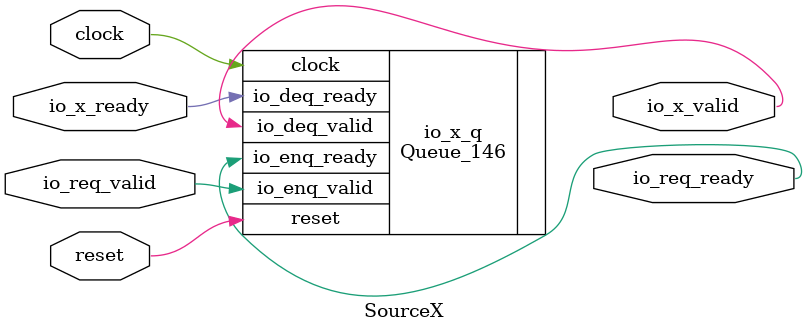
<source format=sv>
`ifndef RANDOMIZE
  `ifdef RANDOMIZE_REG_INIT
    `define RANDOMIZE
  `endif // RANDOMIZE_REG_INIT
`endif // not def RANDOMIZE
`ifndef RANDOMIZE
  `ifdef RANDOMIZE_MEM_INIT
    `define RANDOMIZE
  `endif // RANDOMIZE_MEM_INIT
`endif // not def RANDOMIZE

`ifndef RANDOM
  `define RANDOM $random
`endif // not def RANDOM

// Users can define 'PRINTF_COND' to add an extra gate to prints.
`ifndef PRINTF_COND_
  `ifdef PRINTF_COND
    `define PRINTF_COND_ (`PRINTF_COND)
  `else  // PRINTF_COND
    `define PRINTF_COND_ 1
  `endif // PRINTF_COND
`endif // not def PRINTF_COND_

// Users can define 'ASSERT_VERBOSE_COND' to add an extra gate to assert error printing.
`ifndef ASSERT_VERBOSE_COND_
  `ifdef ASSERT_VERBOSE_COND
    `define ASSERT_VERBOSE_COND_ (`ASSERT_VERBOSE_COND)
  `else  // ASSERT_VERBOSE_COND
    `define ASSERT_VERBOSE_COND_ 1
  `endif // ASSERT_VERBOSE_COND
`endif // not def ASSERT_VERBOSE_COND_

// Users can define 'STOP_COND' to add an extra gate to stop conditions.
`ifndef STOP_COND_
  `ifdef STOP_COND
    `define STOP_COND_ (`STOP_COND)
  `else  // STOP_COND
    `define STOP_COND_ 1
  `endif // STOP_COND
`endif // not def STOP_COND_

// Users can define INIT_RANDOM as general code that gets injected into the
// initializer block for modules with registers.
`ifndef INIT_RANDOM
  `define INIT_RANDOM
`endif // not def INIT_RANDOM

// If using random initialization, you can also define RANDOMIZE_DELAY to
// customize the delay used, otherwise 0.002 is used.
`ifndef RANDOMIZE_DELAY
  `define RANDOMIZE_DELAY 0.002
`endif // not def RANDOMIZE_DELAY

// Define INIT_RANDOM_PROLOG_ for use in our modules below.
`ifndef INIT_RANDOM_PROLOG_
  `ifdef RANDOMIZE
    `ifdef VERILATOR
      `define INIT_RANDOM_PROLOG_ `INIT_RANDOM
    `else  // VERILATOR
      `define INIT_RANDOM_PROLOG_ `INIT_RANDOM #`RANDOMIZE_DELAY begin end
    `endif // VERILATOR
  `else  // RANDOMIZE
    `define INIT_RANDOM_PROLOG_
  `endif // RANDOMIZE
`endif // not def INIT_RANDOM_PROLOG_

module SourceX(
  input  clock,
         reset,
         io_req_valid,
         io_x_ready,
  output io_req_ready,
         io_x_valid
);

  Queue_146 io_x_q (	// @[Decoupled.scala:375:21]
    .clock        (clock),
    .reset        (reset),
    .io_enq_valid (io_req_valid),
    .io_deq_ready (io_x_ready),
    .io_enq_ready (io_req_ready),
    .io_deq_valid (io_x_valid)
  );
endmodule


</source>
